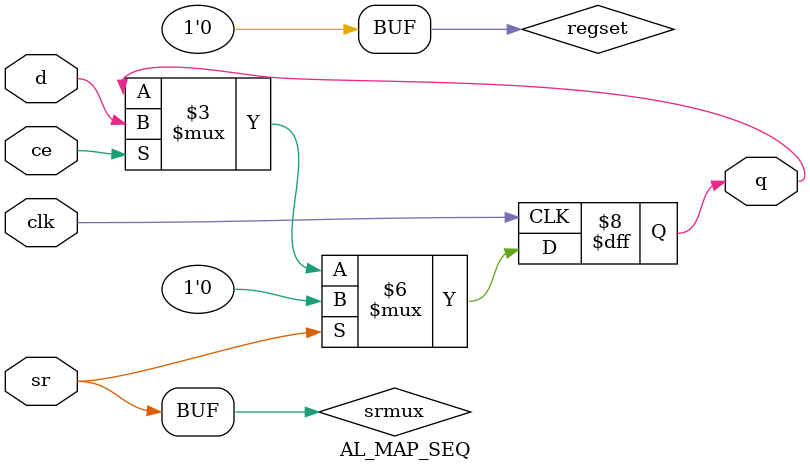
<source format=v>
module AL_MAP_SEQ (
	output reg q,
	input ce,
	input clk,
	input sr,
	input d
);
	parameter DFFMODE = "FF"; 
	parameter REGSET = "RESET"; 
	parameter SRMUX = "SR"; 
	parameter SRMODE = "SYNC"; 
	wire srmux;
	generate
		case (SRMUX)
			"SR": assign srmux = sr;
			"INV": assign srmux = ~sr;
			default: assign srmux = sr;
		endcase
	endgenerate
	wire regset;
	generate
		case (REGSET)
			"RESET": assign regset = 1'b0;
			"SET": assign regset = 1'b1;
			default: assign regset = 1'b0;
		endcase
	endgenerate
	initial q = regset;
	generate
		if (DFFMODE == "FF")
		begin
			if (SRMODE == "ASYNC")
			begin
				always @(posedge clk, posedge srmux)
					if (srmux)
						q <= regset;
					else if (ce)
						q <= d;
			end
			else
			begin
				always @(posedge clk)
					if (srmux)
						q <= regset;
					else if (ce)
						q <= d;
			end
		end
		else
		begin
			if (SRMODE == "ASYNC")
			begin
				always @*
					if (srmux)
						q <= regset;
					else if (~clk & ce)
						q <= d;
			end
			else
			begin
				always @*
					if (~clk) begin
						if (srmux)
							q <= regset;
						else if (ce)
							q <= d;
					end
			end
		end
    endgenerate
endmodule
</source>
